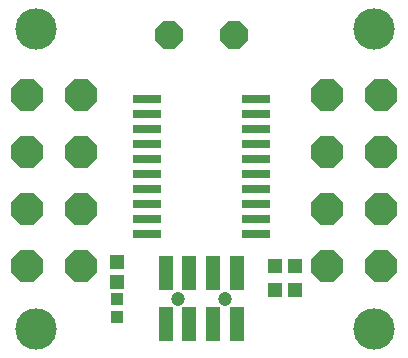
<source format=gts>
G75*
%MOIN*%
%OFA0B0*%
%FSLAX25Y25*%
%IPPOS*%
%LPD*%
%AMOC8*
5,1,8,0,0,1.08239X$1,22.5*
%
%ADD10C,0.13800*%
%ADD11R,0.09461X0.03162*%
%ADD12R,0.05131X0.04737*%
%ADD13OC8,0.10800*%
%ADD14R,0.03950X0.03950*%
%ADD15R,0.04737X0.05131*%
%ADD16R,0.04737X0.11627*%
%ADD17C,0.04737*%
%ADD18OC8,0.09068*%
D10*
X0012250Y0012250D03*
X0012250Y0112250D03*
X0124750Y0112250D03*
X0124750Y0012250D03*
D11*
X0085360Y0043750D03*
X0085360Y0048750D03*
X0085360Y0053750D03*
X0085360Y0058750D03*
X0085360Y0063750D03*
X0085360Y0068750D03*
X0085360Y0073750D03*
X0085360Y0078750D03*
X0085360Y0083750D03*
X0085360Y0088750D03*
X0049140Y0088750D03*
X0049140Y0083750D03*
X0049140Y0078750D03*
X0049140Y0073750D03*
X0049140Y0068750D03*
X0049140Y0063750D03*
X0049140Y0058750D03*
X0049140Y0053750D03*
X0049140Y0048750D03*
X0049140Y0043750D03*
D12*
X0091904Y0033250D03*
X0098596Y0033250D03*
X0098596Y0025250D03*
X0091904Y0025250D03*
D13*
X0109250Y0033250D03*
X0127250Y0033250D03*
X0127250Y0052250D03*
X0109250Y0052250D03*
X0109250Y0071250D03*
X0127250Y0071250D03*
X0127250Y0090250D03*
X0109250Y0090250D03*
X0027250Y0090250D03*
X0009250Y0090250D03*
X0009250Y0071250D03*
X0027250Y0071250D03*
X0027250Y0052250D03*
X0009250Y0052250D03*
X0009250Y0033250D03*
X0027250Y0033250D03*
D14*
X0039250Y0022203D03*
X0039250Y0016297D03*
D15*
X0039250Y0027904D03*
X0039250Y0034596D03*
D16*
X0055439Y0030715D03*
X0063313Y0030715D03*
X0071187Y0030715D03*
X0079061Y0030715D03*
X0079061Y0013785D03*
X0071187Y0013785D03*
X0063313Y0013785D03*
X0055439Y0013785D03*
D17*
X0059376Y0022250D03*
X0075124Y0022250D03*
D18*
X0078077Y0110250D03*
X0056423Y0110250D03*
M02*

</source>
